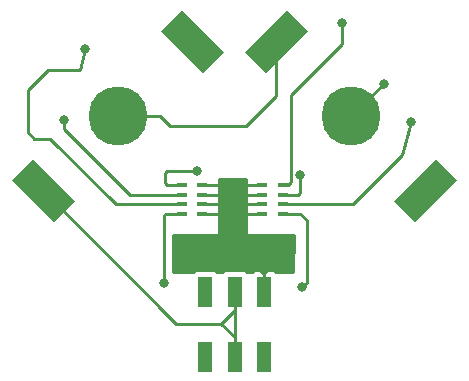
<source format=gbr>
G04 #@! TF.GenerationSoftware,KiCad,Pcbnew,(5.1.5)-3*
G04 #@! TF.CreationDate,2020-10-24T11:26:36-07:00*
G04 #@! TF.ProjectId,xmas_heart_2020,786d6173-5f68-4656-9172-745f32303230,rev?*
G04 #@! TF.SameCoordinates,Original*
G04 #@! TF.FileFunction,Copper,L2,Bot*
G04 #@! TF.FilePolarity,Positive*
%FSLAX46Y46*%
G04 Gerber Fmt 4.6, Leading zero omitted, Abs format (unit mm)*
G04 Created by KiCad (PCBNEW (5.1.5)-3) date 2020-10-24 11:26:36*
%MOMM*%
%LPD*%
G04 APERTURE LIST*
%ADD10C,0.100000*%
%ADD11C,5.000000*%
%ADD12R,1.200000X2.500000*%
%ADD13R,0.900000X0.400000*%
%ADD14C,0.800000*%
%ADD15C,0.250000*%
%ADD16C,0.254000*%
G04 APERTURE END LIST*
G04 #@! TA.AperFunction,SMDPad,CuDef*
D10*
G36*
X123972934Y-36091689D02*
G01*
X120366689Y-39697934D01*
X118598922Y-37930167D01*
X122205167Y-34323922D01*
X123972934Y-36091689D01*
G37*
G04 #@! TD.AperFunction*
G04 #@! TA.AperFunction,SMDPad,CuDef*
G36*
X111351078Y-23469833D02*
G01*
X107744833Y-27076078D01*
X105977066Y-25308311D01*
X109583311Y-21702066D01*
X111351078Y-23469833D01*
G37*
G04 #@! TD.AperFunction*
D11*
X114975000Y-30700000D03*
G04 #@! TA.AperFunction,SMDPad,CuDef*
D10*
G36*
X100640091Y-21702066D02*
G01*
X104246336Y-25308311D01*
X102478569Y-27076078D01*
X98872324Y-23469833D01*
X100640091Y-21702066D01*
G37*
G04 #@! TD.AperFunction*
G04 #@! TA.AperFunction,SMDPad,CuDef*
G36*
X88018235Y-34323922D02*
G01*
X91624480Y-37930167D01*
X89856713Y-39697934D01*
X86250468Y-36091689D01*
X88018235Y-34323922D01*
G37*
G04 #@! TD.AperFunction*
D11*
X95248402Y-30700000D03*
D12*
X102611701Y-51100000D03*
X105111701Y-51100000D03*
X107611701Y-51100000D03*
X107611701Y-45600000D03*
X102611701Y-45600000D03*
X105111701Y-45600000D03*
D13*
X100650000Y-38150000D03*
X100650000Y-37350000D03*
X100650000Y-38950000D03*
X100650000Y-36550000D03*
X102350000Y-38950000D03*
X102350000Y-38150000D03*
X102350000Y-37350000D03*
X102350000Y-36550000D03*
X107475000Y-38950000D03*
X107475000Y-38150000D03*
X107475000Y-37350000D03*
X107475000Y-36550000D03*
X109175000Y-38950000D03*
X109175000Y-36550000D03*
X109175000Y-38150000D03*
X109175000Y-37350000D03*
D14*
X117725000Y-27950000D03*
X92475000Y-24975000D03*
X114225000Y-22800000D03*
X90700000Y-31025000D03*
X120075000Y-31200000D03*
X101900000Y-35350000D03*
X110650000Y-35700000D03*
X99150000Y-44850000D03*
X110825000Y-45200000D03*
D15*
X114975000Y-30700000D02*
X117725000Y-27950000D01*
X95075000Y-38150000D02*
X100650000Y-38150000D01*
X88125000Y-32600000D02*
X89525000Y-32600000D01*
X87600000Y-32075000D02*
X88125000Y-32600000D01*
X92475000Y-24975000D02*
X92025000Y-26750000D01*
X89525000Y-32600000D02*
X95075000Y-38150000D01*
X92025000Y-26750000D02*
X89325000Y-26750000D01*
X89325000Y-26750000D02*
X87600000Y-28475000D01*
X87600000Y-28475000D02*
X87600000Y-32075000D01*
X109175000Y-36550000D02*
X109600000Y-36550000D01*
X109600000Y-36550000D02*
X109875000Y-36275000D01*
X109875000Y-36275000D02*
X109875000Y-31800000D01*
X109875000Y-31800000D02*
X109875000Y-28925000D01*
X109875000Y-28925000D02*
X114225000Y-24575000D01*
X114225000Y-24575000D02*
X114225000Y-22800000D01*
X90700000Y-31800000D02*
X90700000Y-31025000D01*
X100650000Y-37350000D02*
X96250000Y-37350000D01*
X96250000Y-37350000D02*
X90700000Y-31800000D01*
X120075000Y-31200000D02*
X119325000Y-33950000D01*
X119325000Y-33950000D02*
X115125000Y-38150000D01*
X115125000Y-38150000D02*
X109875000Y-38150000D01*
X109875000Y-38150000D02*
X109175000Y-38150000D01*
X99375000Y-35350000D02*
X101900000Y-35350000D01*
X99200000Y-36325000D02*
X99200000Y-35525000D01*
X100650000Y-36550000D02*
X99425000Y-36550000D01*
X99200000Y-35525000D02*
X99375000Y-35350000D01*
X99425000Y-36550000D02*
X99200000Y-36325000D01*
X109175000Y-37350000D02*
X109875000Y-37350000D01*
X109875000Y-37350000D02*
X110500000Y-37350000D01*
X110500000Y-37350000D02*
X110650000Y-37200000D01*
X110650000Y-37200000D02*
X110650000Y-35700000D01*
X100650000Y-38950000D02*
X99300000Y-38950000D01*
X99300000Y-38950000D02*
X99150000Y-39100000D01*
X99150000Y-39100000D02*
X99150000Y-44850000D01*
X109175000Y-38950000D02*
X109875000Y-38950000D01*
X109875000Y-38950000D02*
X110675000Y-38950000D01*
X110675000Y-38950000D02*
X111225000Y-39500000D01*
X111225000Y-39500000D02*
X111225000Y-44800000D01*
X111225000Y-44800000D02*
X110825000Y-45200000D01*
X107611701Y-44100000D02*
X106011701Y-42500000D01*
X107611701Y-45600000D02*
X107611701Y-44100000D01*
X106011701Y-42500000D02*
X105375000Y-42500000D01*
X107475000Y-37350000D02*
X102350000Y-37350000D01*
X107475000Y-38950000D02*
X106775000Y-38950000D01*
X104875000Y-38950000D02*
X102350000Y-38950000D01*
X106775000Y-38950000D02*
X104875000Y-38950000D01*
X104875000Y-36675000D02*
X104950000Y-36600000D01*
X102350000Y-36550000D02*
X104950000Y-36600000D01*
X104950000Y-36600000D02*
X107475000Y-36550000D01*
X104875000Y-39075000D02*
X104900000Y-39100000D01*
X104875000Y-37325000D02*
X104875000Y-39075000D01*
X104875000Y-38950000D02*
X104875000Y-37325000D01*
X104900000Y-39100000D02*
X104875000Y-41825000D01*
X104875000Y-37325000D02*
X104875000Y-36675000D01*
X104875000Y-38950000D02*
X104900000Y-39100000D01*
X104925000Y-38150000D02*
X104925000Y-37375000D01*
X104925000Y-38150000D02*
X107475000Y-38150000D01*
X104925000Y-37375000D02*
X104875000Y-37325000D01*
X102350000Y-38150000D02*
X104925000Y-38150000D01*
X105111701Y-51100000D02*
X105111701Y-45600000D01*
X103961701Y-48250000D02*
X105111701Y-47100000D01*
X100150000Y-48250000D02*
X103961701Y-48250000D01*
X105111701Y-47100000D02*
X105111701Y-45600000D01*
X88937474Y-37037474D02*
X100150000Y-48250000D01*
X88937474Y-37010928D02*
X88937474Y-37037474D01*
X105111701Y-49400000D02*
X105111701Y-51100000D01*
X103961701Y-48250000D02*
X105111701Y-49400000D01*
X98783935Y-30700000D02*
X99633935Y-31550000D01*
X95248402Y-30700000D02*
X98783935Y-30700000D01*
X99633935Y-31550000D02*
X106075000Y-31550000D01*
X108664072Y-28960928D02*
X108664072Y-24389072D01*
X106075000Y-31550000D02*
X108664072Y-28960928D01*
D16*
G36*
X110086903Y-43873000D02*
G01*
X108631430Y-43873000D01*
X108566195Y-43819463D01*
X108455881Y-43760498D01*
X108336183Y-43724188D01*
X108211701Y-43711928D01*
X107897451Y-43715000D01*
X107739451Y-43873000D01*
X107483951Y-43873000D01*
X107325951Y-43715000D01*
X107011701Y-43711928D01*
X106887219Y-43724188D01*
X106767521Y-43760498D01*
X106657207Y-43819463D01*
X106591972Y-43873000D01*
X106131430Y-43873000D01*
X106066195Y-43819463D01*
X105955881Y-43760498D01*
X105836183Y-43724188D01*
X105711701Y-43711928D01*
X104511701Y-43711928D01*
X104387219Y-43724188D01*
X104267521Y-43760498D01*
X104157207Y-43819463D01*
X104091972Y-43873000D01*
X103631430Y-43873000D01*
X103566195Y-43819463D01*
X103455881Y-43760498D01*
X103336183Y-43724188D01*
X103211701Y-43711928D01*
X102011701Y-43711928D01*
X101887219Y-43724188D01*
X101767521Y-43760498D01*
X101657207Y-43819463D01*
X101591972Y-43873000D01*
X99910000Y-43873000D01*
X99910000Y-40752000D01*
X110121581Y-40752000D01*
X110086903Y-43873000D01*
G37*
X110086903Y-43873000D02*
X108631430Y-43873000D01*
X108566195Y-43819463D01*
X108455881Y-43760498D01*
X108336183Y-43724188D01*
X108211701Y-43711928D01*
X107897451Y-43715000D01*
X107739451Y-43873000D01*
X107483951Y-43873000D01*
X107325951Y-43715000D01*
X107011701Y-43711928D01*
X106887219Y-43724188D01*
X106767521Y-43760498D01*
X106657207Y-43819463D01*
X106591972Y-43873000D01*
X106131430Y-43873000D01*
X106066195Y-43819463D01*
X105955881Y-43760498D01*
X105836183Y-43724188D01*
X105711701Y-43711928D01*
X104511701Y-43711928D01*
X104387219Y-43724188D01*
X104267521Y-43760498D01*
X104157207Y-43819463D01*
X104091972Y-43873000D01*
X103631430Y-43873000D01*
X103566195Y-43819463D01*
X103455881Y-43760498D01*
X103336183Y-43724188D01*
X103211701Y-43711928D01*
X102011701Y-43711928D01*
X101887219Y-43724188D01*
X101767521Y-43760498D01*
X101657207Y-43819463D01*
X101591972Y-43873000D01*
X99910000Y-43873000D01*
X99910000Y-40752000D01*
X110121581Y-40752000D01*
X110086903Y-43873000D01*
G36*
X106123000Y-41798000D02*
G01*
X103777000Y-41798000D01*
X103777000Y-36027000D01*
X106123000Y-36027000D01*
X106123000Y-41798000D01*
G37*
X106123000Y-41798000D02*
X103777000Y-41798000D01*
X103777000Y-36027000D01*
X106123000Y-36027000D01*
X106123000Y-41798000D01*
M02*

</source>
